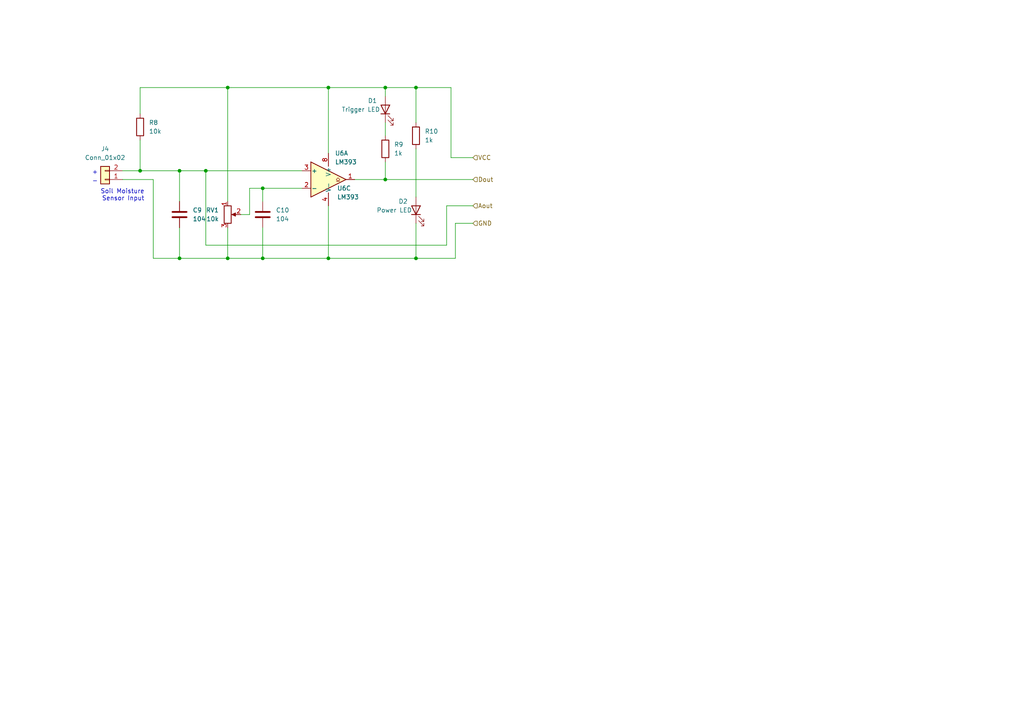
<source format=kicad_sch>
(kicad_sch (version 20211123) (generator eeschema)

  (uuid c151e327-598f-4977-8097-d9b096031849)

  (paper "A4")

  (lib_symbols
    (symbol "Comparator:LM393" (pin_names (offset 0.127)) (in_bom yes) (on_board yes)
      (property "Reference" "U" (id 0) (at 3.81 3.81 0)
        (effects (font (size 1.27 1.27)))
      )
      (property "Value" "LM393" (id 1) (at 6.35 -3.81 0)
        (effects (font (size 1.27 1.27)))
      )
      (property "Footprint" "" (id 2) (at 0 0 0)
        (effects (font (size 1.27 1.27)) hide)
      )
      (property "Datasheet" "http://www.ti.com/lit/ds/symlink/lm393.pdf" (id 3) (at 0 0 0)
        (effects (font (size 1.27 1.27)) hide)
      )
      (property "ki_locked" "" (id 4) (at 0 0 0)
        (effects (font (size 1.27 1.27)))
      )
      (property "ki_keywords" "cmp open collector" (id 5) (at 0 0 0)
        (effects (font (size 1.27 1.27)) hide)
      )
      (property "ki_description" "Low-Power, Low-Offset Voltage, Dual Comparators, DIP-8/SOIC-8/TO-99-8" (id 6) (at 0 0 0)
        (effects (font (size 1.27 1.27)) hide)
      )
      (property "ki_fp_filters" "SOIC*3.9x4.9mm*P1.27mm* DIP*W7.62mm* SOP*5.28x5.23mm*P1.27mm* VSSOP*3.0x3.0mm*P0.65mm* TSSOP*4.4x3mm*P0.65mm*" (id 7) (at 0 0 0)
        (effects (font (size 1.27 1.27)) hide)
      )
      (symbol "LM393_1_1"
        (polyline
          (pts
            (xy -5.08 5.08)
            (xy 5.08 0)
            (xy -5.08 -5.08)
            (xy -5.08 5.08)
          )
          (stroke (width 0.254) (type default) (color 0 0 0 0))
          (fill (type background))
        )
        (polyline
          (pts
            (xy 3.302 -0.508)
            (xy 2.794 -0.508)
            (xy 3.302 0)
            (xy 2.794 0.508)
            (xy 2.286 0)
            (xy 2.794 -0.508)
            (xy 2.286 -0.508)
          )
          (stroke (width 0.127) (type default) (color 0 0 0 0))
          (fill (type none))
        )
        (pin open_collector line (at 7.62 0 180) (length 2.54)
          (name "~" (effects (font (size 1.27 1.27))))
          (number "1" (effects (font (size 1.27 1.27))))
        )
        (pin input line (at -7.62 -2.54 0) (length 2.54)
          (name "-" (effects (font (size 1.27 1.27))))
          (number "2" (effects (font (size 1.27 1.27))))
        )
        (pin input line (at -7.62 2.54 0) (length 2.54)
          (name "+" (effects (font (size 1.27 1.27))))
          (number "3" (effects (font (size 1.27 1.27))))
        )
      )
      (symbol "LM393_2_1"
        (polyline
          (pts
            (xy -5.08 5.08)
            (xy 5.08 0)
            (xy -5.08 -5.08)
            (xy -5.08 5.08)
          )
          (stroke (width 0.254) (type default) (color 0 0 0 0))
          (fill (type background))
        )
        (polyline
          (pts
            (xy 3.302 -0.508)
            (xy 2.794 -0.508)
            (xy 3.302 0)
            (xy 2.794 0.508)
            (xy 2.286 0)
            (xy 2.794 -0.508)
            (xy 2.286 -0.508)
          )
          (stroke (width 0.127) (type default) (color 0 0 0 0))
          (fill (type none))
        )
        (pin input line (at -7.62 2.54 0) (length 2.54)
          (name "+" (effects (font (size 1.27 1.27))))
          (number "5" (effects (font (size 1.27 1.27))))
        )
        (pin input line (at -7.62 -2.54 0) (length 2.54)
          (name "-" (effects (font (size 1.27 1.27))))
          (number "6" (effects (font (size 1.27 1.27))))
        )
        (pin open_collector line (at 7.62 0 180) (length 2.54)
          (name "~" (effects (font (size 1.27 1.27))))
          (number "7" (effects (font (size 1.27 1.27))))
        )
      )
      (symbol "LM393_3_1"
        (pin power_in line (at -2.54 -7.62 90) (length 3.81)
          (name "V-" (effects (font (size 1.27 1.27))))
          (number "4" (effects (font (size 1.27 1.27))))
        )
        (pin power_in line (at -2.54 7.62 270) (length 3.81)
          (name "V+" (effects (font (size 1.27 1.27))))
          (number "8" (effects (font (size 1.27 1.27))))
        )
      )
    )
    (symbol "Connector_Generic:Conn_01x02" (pin_names (offset 1.016) hide) (in_bom yes) (on_board yes)
      (property "Reference" "J" (id 0) (at 0 2.54 0)
        (effects (font (size 1.27 1.27)))
      )
      (property "Value" "Conn_01x02" (id 1) (at 0 -5.08 0)
        (effects (font (size 1.27 1.27)))
      )
      (property "Footprint" "" (id 2) (at 0 0 0)
        (effects (font (size 1.27 1.27)) hide)
      )
      (property "Datasheet" "~" (id 3) (at 0 0 0)
        (effects (font (size 1.27 1.27)) hide)
      )
      (property "ki_keywords" "connector" (id 4) (at 0 0 0)
        (effects (font (size 1.27 1.27)) hide)
      )
      (property "ki_description" "Generic connector, single row, 01x02, script generated (kicad-library-utils/schlib/autogen/connector/)" (id 5) (at 0 0 0)
        (effects (font (size 1.27 1.27)) hide)
      )
      (property "ki_fp_filters" "Connector*:*_1x??_*" (id 6) (at 0 0 0)
        (effects (font (size 1.27 1.27)) hide)
      )
      (symbol "Conn_01x02_1_1"
        (rectangle (start -1.27 -2.413) (end 0 -2.667)
          (stroke (width 0.1524) (type default) (color 0 0 0 0))
          (fill (type none))
        )
        (rectangle (start -1.27 0.127) (end 0 -0.127)
          (stroke (width 0.1524) (type default) (color 0 0 0 0))
          (fill (type none))
        )
        (rectangle (start -1.27 1.27) (end 1.27 -3.81)
          (stroke (width 0.254) (type default) (color 0 0 0 0))
          (fill (type background))
        )
        (pin passive line (at -5.08 0 0) (length 3.81)
          (name "Pin_1" (effects (font (size 1.27 1.27))))
          (number "1" (effects (font (size 1.27 1.27))))
        )
        (pin passive line (at -5.08 -2.54 0) (length 3.81)
          (name "Pin_2" (effects (font (size 1.27 1.27))))
          (number "2" (effects (font (size 1.27 1.27))))
        )
      )
    )
    (symbol "Device:C" (pin_numbers hide) (pin_names (offset 0.254)) (in_bom yes) (on_board yes)
      (property "Reference" "C" (id 0) (at 0.635 2.54 0)
        (effects (font (size 1.27 1.27)) (justify left))
      )
      (property "Value" "C" (id 1) (at 0.635 -2.54 0)
        (effects (font (size 1.27 1.27)) (justify left))
      )
      (property "Footprint" "" (id 2) (at 0.9652 -3.81 0)
        (effects (font (size 1.27 1.27)) hide)
      )
      (property "Datasheet" "~" (id 3) (at 0 0 0)
        (effects (font (size 1.27 1.27)) hide)
      )
      (property "ki_keywords" "cap capacitor" (id 4) (at 0 0 0)
        (effects (font (size 1.27 1.27)) hide)
      )
      (property "ki_description" "Unpolarized capacitor" (id 5) (at 0 0 0)
        (effects (font (size 1.27 1.27)) hide)
      )
      (property "ki_fp_filters" "C_*" (id 6) (at 0 0 0)
        (effects (font (size 1.27 1.27)) hide)
      )
      (symbol "C_0_1"
        (polyline
          (pts
            (xy -2.032 -0.762)
            (xy 2.032 -0.762)
          )
          (stroke (width 0.508) (type default) (color 0 0 0 0))
          (fill (type none))
        )
        (polyline
          (pts
            (xy -2.032 0.762)
            (xy 2.032 0.762)
          )
          (stroke (width 0.508) (type default) (color 0 0 0 0))
          (fill (type none))
        )
      )
      (symbol "C_1_1"
        (pin passive line (at 0 3.81 270) (length 2.794)
          (name "~" (effects (font (size 1.27 1.27))))
          (number "1" (effects (font (size 1.27 1.27))))
        )
        (pin passive line (at 0 -3.81 90) (length 2.794)
          (name "~" (effects (font (size 1.27 1.27))))
          (number "2" (effects (font (size 1.27 1.27))))
        )
      )
    )
    (symbol "Device:LED" (pin_numbers hide) (pin_names (offset 1.016) hide) (in_bom yes) (on_board yes)
      (property "Reference" "D" (id 0) (at 0 2.54 0)
        (effects (font (size 1.27 1.27)))
      )
      (property "Value" "LED" (id 1) (at 0 -2.54 0)
        (effects (font (size 1.27 1.27)))
      )
      (property "Footprint" "" (id 2) (at 0 0 0)
        (effects (font (size 1.27 1.27)) hide)
      )
      (property "Datasheet" "~" (id 3) (at 0 0 0)
        (effects (font (size 1.27 1.27)) hide)
      )
      (property "ki_keywords" "LED diode" (id 4) (at 0 0 0)
        (effects (font (size 1.27 1.27)) hide)
      )
      (property "ki_description" "Light emitting diode" (id 5) (at 0 0 0)
        (effects (font (size 1.27 1.27)) hide)
      )
      (property "ki_fp_filters" "LED* LED_SMD:* LED_THT:*" (id 6) (at 0 0 0)
        (effects (font (size 1.27 1.27)) hide)
      )
      (symbol "LED_0_1"
        (polyline
          (pts
            (xy -1.27 -1.27)
            (xy -1.27 1.27)
          )
          (stroke (width 0.254) (type default) (color 0 0 0 0))
          (fill (type none))
        )
        (polyline
          (pts
            (xy -1.27 0)
            (xy 1.27 0)
          )
          (stroke (width 0) (type default) (color 0 0 0 0))
          (fill (type none))
        )
        (polyline
          (pts
            (xy 1.27 -1.27)
            (xy 1.27 1.27)
            (xy -1.27 0)
            (xy 1.27 -1.27)
          )
          (stroke (width 0.254) (type default) (color 0 0 0 0))
          (fill (type none))
        )
        (polyline
          (pts
            (xy -3.048 -0.762)
            (xy -4.572 -2.286)
            (xy -3.81 -2.286)
            (xy -4.572 -2.286)
            (xy -4.572 -1.524)
          )
          (stroke (width 0) (type default) (color 0 0 0 0))
          (fill (type none))
        )
        (polyline
          (pts
            (xy -1.778 -0.762)
            (xy -3.302 -2.286)
            (xy -2.54 -2.286)
            (xy -3.302 -2.286)
            (xy -3.302 -1.524)
          )
          (stroke (width 0) (type default) (color 0 0 0 0))
          (fill (type none))
        )
      )
      (symbol "LED_1_1"
        (pin passive line (at -3.81 0 0) (length 2.54)
          (name "K" (effects (font (size 1.27 1.27))))
          (number "1" (effects (font (size 1.27 1.27))))
        )
        (pin passive line (at 3.81 0 180) (length 2.54)
          (name "A" (effects (font (size 1.27 1.27))))
          (number "2" (effects (font (size 1.27 1.27))))
        )
      )
    )
    (symbol "Device:R" (pin_numbers hide) (pin_names (offset 0)) (in_bom yes) (on_board yes)
      (property "Reference" "R" (id 0) (at 2.032 0 90)
        (effects (font (size 1.27 1.27)))
      )
      (property "Value" "R" (id 1) (at 0 0 90)
        (effects (font (size 1.27 1.27)))
      )
      (property "Footprint" "" (id 2) (at -1.778 0 90)
        (effects (font (size 1.27 1.27)) hide)
      )
      (property "Datasheet" "~" (id 3) (at 0 0 0)
        (effects (font (size 1.27 1.27)) hide)
      )
      (property "ki_keywords" "R res resistor" (id 4) (at 0 0 0)
        (effects (font (size 1.27 1.27)) hide)
      )
      (property "ki_description" "Resistor" (id 5) (at 0 0 0)
        (effects (font (size 1.27 1.27)) hide)
      )
      (property "ki_fp_filters" "R_*" (id 6) (at 0 0 0)
        (effects (font (size 1.27 1.27)) hide)
      )
      (symbol "R_0_1"
        (rectangle (start -1.016 -2.54) (end 1.016 2.54)
          (stroke (width 0.254) (type default) (color 0 0 0 0))
          (fill (type none))
        )
      )
      (symbol "R_1_1"
        (pin passive line (at 0 3.81 270) (length 1.27)
          (name "~" (effects (font (size 1.27 1.27))))
          (number "1" (effects (font (size 1.27 1.27))))
        )
        (pin passive line (at 0 -3.81 90) (length 1.27)
          (name "~" (effects (font (size 1.27 1.27))))
          (number "2" (effects (font (size 1.27 1.27))))
        )
      )
    )
    (symbol "Device:R_Potentiometer" (pin_names (offset 1.016) hide) (in_bom yes) (on_board yes)
      (property "Reference" "RV" (id 0) (at -4.445 0 90)
        (effects (font (size 1.27 1.27)))
      )
      (property "Value" "R_Potentiometer" (id 1) (at -2.54 0 90)
        (effects (font (size 1.27 1.27)))
      )
      (property "Footprint" "" (id 2) (at 0 0 0)
        (effects (font (size 1.27 1.27)) hide)
      )
      (property "Datasheet" "~" (id 3) (at 0 0 0)
        (effects (font (size 1.27 1.27)) hide)
      )
      (property "ki_keywords" "resistor variable" (id 4) (at 0 0 0)
        (effects (font (size 1.27 1.27)) hide)
      )
      (property "ki_description" "Potentiometer" (id 5) (at 0 0 0)
        (effects (font (size 1.27 1.27)) hide)
      )
      (property "ki_fp_filters" "Potentiometer*" (id 6) (at 0 0 0)
        (effects (font (size 1.27 1.27)) hide)
      )
      (symbol "R_Potentiometer_0_1"
        (polyline
          (pts
            (xy 2.54 0)
            (xy 1.524 0)
          )
          (stroke (width 0) (type default) (color 0 0 0 0))
          (fill (type none))
        )
        (polyline
          (pts
            (xy 1.143 0)
            (xy 2.286 0.508)
            (xy 2.286 -0.508)
            (xy 1.143 0)
          )
          (stroke (width 0) (type default) (color 0 0 0 0))
          (fill (type outline))
        )
        (rectangle (start 1.016 2.54) (end -1.016 -2.54)
          (stroke (width 0.254) (type default) (color 0 0 0 0))
          (fill (type none))
        )
      )
      (symbol "R_Potentiometer_1_1"
        (pin passive line (at 0 3.81 270) (length 1.27)
          (name "1" (effects (font (size 1.27 1.27))))
          (number "1" (effects (font (size 1.27 1.27))))
        )
        (pin passive line (at 3.81 0 180) (length 1.27)
          (name "2" (effects (font (size 1.27 1.27))))
          (number "2" (effects (font (size 1.27 1.27))))
        )
        (pin passive line (at 0 -3.81 90) (length 1.27)
          (name "3" (effects (font (size 1.27 1.27))))
          (number "3" (effects (font (size 1.27 1.27))))
        )
      )
    )
  )

  (junction (at 95.25 74.93) (diameter 0) (color 0 0 0 0)
    (uuid 1017297d-29cf-4eca-9a22-8bdb11453d9c)
  )
  (junction (at 59.69 49.53) (diameter 0) (color 0 0 0 0)
    (uuid 13aa0a6c-908f-4fe6-888f-35a51e239928)
  )
  (junction (at 120.65 74.93) (diameter 0) (color 0 0 0 0)
    (uuid 299d7713-44e4-42e3-bb70-7f9af59a2aa9)
  )
  (junction (at 66.04 25.4) (diameter 0) (color 0 0 0 0)
    (uuid 2c066a99-95fa-4a3a-aa9b-190579d9d6f0)
  )
  (junction (at 76.2 74.93) (diameter 0) (color 0 0 0 0)
    (uuid 3ecd65ac-4daa-42e5-a9fa-98eac39dddc4)
  )
  (junction (at 111.76 52.07) (diameter 0) (color 0 0 0 0)
    (uuid 3fcb9fce-e757-446f-af83-1af23bff60e6)
  )
  (junction (at 111.76 25.4) (diameter 0) (color 0 0 0 0)
    (uuid 4208e8b3-a8a7-40a2-8432-6a3d65af4e98)
  )
  (junction (at 120.65 25.4) (diameter 0) (color 0 0 0 0)
    (uuid 45c7a8d0-a47a-46ed-92fb-82c285882b7d)
  )
  (junction (at 52.07 49.53) (diameter 0) (color 0 0 0 0)
    (uuid 59d73e3f-4669-4d23-964d-14172e81dc11)
  )
  (junction (at 40.64 49.53) (diameter 0) (color 0 0 0 0)
    (uuid 5f2655b8-1b67-458a-8318-71f03ba724df)
  )
  (junction (at 66.04 74.93) (diameter 0) (color 0 0 0 0)
    (uuid 7008333a-30be-46ba-a045-713cd5b6c276)
  )
  (junction (at 52.07 74.93) (diameter 0) (color 0 0 0 0)
    (uuid 728a5082-9bf9-4f8d-9fff-6724d5ba6cb2)
  )
  (junction (at 95.25 25.4) (diameter 0) (color 0 0 0 0)
    (uuid b177c57f-d77d-45cd-adc2-83d5235baacf)
  )
  (junction (at 76.2 54.61) (diameter 0) (color 0 0 0 0)
    (uuid c84b860c-6db3-4313-99bc-a8bc3981b373)
  )

  (wire (pts (xy 95.25 25.4) (xy 95.25 44.45))
    (stroke (width 0) (type default) (color 0 0 0 0))
    (uuid 05a77cfc-1ee8-42c6-97c1-bfd648a9a896)
  )
  (wire (pts (xy 52.07 49.53) (xy 52.07 58.42))
    (stroke (width 0) (type default) (color 0 0 0 0))
    (uuid 06da14bc-f78e-4309-ac66-48700c62c47d)
  )
  (wire (pts (xy 69.85 62.23) (xy 72.39 62.23))
    (stroke (width 0) (type default) (color 0 0 0 0))
    (uuid 082ee3a4-1802-446d-b233-b1a85a78b4cd)
  )
  (wire (pts (xy 120.65 25.4) (xy 130.81 25.4))
    (stroke (width 0) (type default) (color 0 0 0 0))
    (uuid 09c20057-24a5-4d26-b8d6-bdb754c0815f)
  )
  (wire (pts (xy 59.69 71.12) (xy 129.54 71.12))
    (stroke (width 0) (type default) (color 0 0 0 0))
    (uuid 0a95dde4-6393-43f1-aaf1-6abe2d9b3618)
  )
  (wire (pts (xy 132.08 64.77) (xy 132.08 74.93))
    (stroke (width 0) (type default) (color 0 0 0 0))
    (uuid 13a0f9bd-1108-49e4-99b3-b1fb6155496d)
  )
  (wire (pts (xy 52.07 49.53) (xy 59.69 49.53))
    (stroke (width 0) (type default) (color 0 0 0 0))
    (uuid 1d22bf13-cba6-4142-8254-5bf0fe9161d1)
  )
  (wire (pts (xy 76.2 74.93) (xy 95.25 74.93))
    (stroke (width 0) (type default) (color 0 0 0 0))
    (uuid 32e98d29-f4ce-49a1-8eee-56c7ba27b1a6)
  )
  (wire (pts (xy 44.45 52.07) (xy 44.45 74.93))
    (stroke (width 0) (type default) (color 0 0 0 0))
    (uuid 37490b9e-75a4-4cc9-a0e5-6f4a3469b0a8)
  )
  (wire (pts (xy 76.2 54.61) (xy 76.2 58.42))
    (stroke (width 0) (type default) (color 0 0 0 0))
    (uuid 39ca4e32-cf82-4ba6-93df-f2011b69cc6f)
  )
  (wire (pts (xy 40.64 25.4) (xy 66.04 25.4))
    (stroke (width 0) (type default) (color 0 0 0 0))
    (uuid 3e45658f-b0db-4040-b70a-5bbe27d9ed3a)
  )
  (wire (pts (xy 95.25 59.69) (xy 95.25 74.93))
    (stroke (width 0) (type default) (color 0 0 0 0))
    (uuid 3f5110dc-29e7-4880-b417-f6683d5f43b5)
  )
  (wire (pts (xy 111.76 52.07) (xy 137.16 52.07))
    (stroke (width 0) (type default) (color 0 0 0 0))
    (uuid 3fa88014-245b-45b4-9304-16fb61346605)
  )
  (wire (pts (xy 95.25 74.93) (xy 120.65 74.93))
    (stroke (width 0) (type default) (color 0 0 0 0))
    (uuid 53299bd5-3bc1-4670-b046-635395807776)
  )
  (wire (pts (xy 102.87 52.07) (xy 111.76 52.07))
    (stroke (width 0) (type default) (color 0 0 0 0))
    (uuid 555d421b-a46e-42c1-9324-5af8c3c79b76)
  )
  (wire (pts (xy 111.76 25.4) (xy 111.76 27.94))
    (stroke (width 0) (type default) (color 0 0 0 0))
    (uuid 585da26d-1364-4b68-9f60-ca1c98ad84dd)
  )
  (wire (pts (xy 40.64 49.53) (xy 52.07 49.53))
    (stroke (width 0) (type default) (color 0 0 0 0))
    (uuid 5ac47991-8819-4f43-b0b4-2865bfe1af1a)
  )
  (wire (pts (xy 59.69 49.53) (xy 59.69 71.12))
    (stroke (width 0) (type default) (color 0 0 0 0))
    (uuid 66902607-d6a8-4d41-93a8-a3b08b369c92)
  )
  (wire (pts (xy 129.54 59.69) (xy 137.16 59.69))
    (stroke (width 0) (type default) (color 0 0 0 0))
    (uuid 6d74638e-f9ec-4f5b-a4ba-4155e601f726)
  )
  (wire (pts (xy 66.04 25.4) (xy 95.25 25.4))
    (stroke (width 0) (type default) (color 0 0 0 0))
    (uuid 7120a0b7-b33e-4dbf-bbe9-2cb4088eeeb3)
  )
  (wire (pts (xy 130.81 25.4) (xy 130.81 45.72))
    (stroke (width 0) (type default) (color 0 0 0 0))
    (uuid 8285f6b4-846d-48d8-bf6c-256be2ea2f53)
  )
  (wire (pts (xy 52.07 66.04) (xy 52.07 74.93))
    (stroke (width 0) (type default) (color 0 0 0 0))
    (uuid 8c113e36-181f-49a3-937a-63d23170004e)
  )
  (wire (pts (xy 111.76 25.4) (xy 120.65 25.4))
    (stroke (width 0) (type default) (color 0 0 0 0))
    (uuid 9741ffe1-4e18-4d93-bf95-884ed5f385bb)
  )
  (wire (pts (xy 120.65 64.77) (xy 120.65 74.93))
    (stroke (width 0) (type default) (color 0 0 0 0))
    (uuid a09a5069-632e-4c27-bf8e-b7c58e5feb0c)
  )
  (wire (pts (xy 129.54 71.12) (xy 129.54 59.69))
    (stroke (width 0) (type default) (color 0 0 0 0))
    (uuid a735086e-11d6-4e95-b136-5fa9d63a04f8)
  )
  (wire (pts (xy 76.2 66.04) (xy 76.2 74.93))
    (stroke (width 0) (type default) (color 0 0 0 0))
    (uuid b3fe7353-c067-4268-b3ca-b59a0e2e73be)
  )
  (wire (pts (xy 72.39 62.23) (xy 72.39 54.61))
    (stroke (width 0) (type default) (color 0 0 0 0))
    (uuid b94731df-5a72-4e0d-9dfe-da792223f65b)
  )
  (wire (pts (xy 111.76 35.56) (xy 111.76 39.37))
    (stroke (width 0) (type default) (color 0 0 0 0))
    (uuid bdb94702-4af8-4462-b398-6c5ad3ab60ab)
  )
  (wire (pts (xy 66.04 25.4) (xy 66.04 58.42))
    (stroke (width 0) (type default) (color 0 0 0 0))
    (uuid bff9c359-5b4b-4f18-8eb4-6e366b7ca58a)
  )
  (wire (pts (xy 120.65 25.4) (xy 120.65 35.56))
    (stroke (width 0) (type default) (color 0 0 0 0))
    (uuid c10e62f0-8ca2-455f-acb9-bd0f4cff5dbf)
  )
  (wire (pts (xy 130.81 45.72) (xy 137.16 45.72))
    (stroke (width 0) (type default) (color 0 0 0 0))
    (uuid c6384107-b076-419a-9498-09b6ccc27ba9)
  )
  (wire (pts (xy 35.56 52.07) (xy 44.45 52.07))
    (stroke (width 0) (type default) (color 0 0 0 0))
    (uuid c77beb14-3c06-4c98-b6ba-c8a9d8bfd96e)
  )
  (wire (pts (xy 76.2 54.61) (xy 87.63 54.61))
    (stroke (width 0) (type default) (color 0 0 0 0))
    (uuid cd18337e-1182-4f95-88cf-c2e2b87ef228)
  )
  (wire (pts (xy 66.04 66.04) (xy 66.04 74.93))
    (stroke (width 0) (type default) (color 0 0 0 0))
    (uuid cf0dad1f-f00f-4dfe-a365-21bf2b9b2f8a)
  )
  (wire (pts (xy 72.39 54.61) (xy 76.2 54.61))
    (stroke (width 0) (type default) (color 0 0 0 0))
    (uuid d6a60fbd-5ff6-4f17-af41-fdc87488bee6)
  )
  (wire (pts (xy 66.04 74.93) (xy 76.2 74.93))
    (stroke (width 0) (type default) (color 0 0 0 0))
    (uuid d76176fa-2905-418a-b05a-ebe09ea64a10)
  )
  (wire (pts (xy 59.69 49.53) (xy 87.63 49.53))
    (stroke (width 0) (type default) (color 0 0 0 0))
    (uuid d8587d2f-4a9f-406e-8e43-3e5b4fc63c04)
  )
  (wire (pts (xy 35.56 49.53) (xy 40.64 49.53))
    (stroke (width 0) (type default) (color 0 0 0 0))
    (uuid e356a391-06fe-4786-8979-29b1db63cbcc)
  )
  (wire (pts (xy 40.64 33.02) (xy 40.64 25.4))
    (stroke (width 0) (type default) (color 0 0 0 0))
    (uuid e7a03433-179e-45d8-97f7-29df29176bcc)
  )
  (wire (pts (xy 44.45 74.93) (xy 52.07 74.93))
    (stroke (width 0) (type default) (color 0 0 0 0))
    (uuid e902df59-4a66-4d77-a210-f94cc6036d0b)
  )
  (wire (pts (xy 120.65 43.18) (xy 120.65 57.15))
    (stroke (width 0) (type default) (color 0 0 0 0))
    (uuid ebfa9050-b59b-4d39-8e3c-6b1f645c4d7e)
  )
  (wire (pts (xy 120.65 74.93) (xy 132.08 74.93))
    (stroke (width 0) (type default) (color 0 0 0 0))
    (uuid eee9eb7e-c9e7-4fd7-bda9-dcb18cc2e71d)
  )
  (wire (pts (xy 132.08 64.77) (xy 137.16 64.77))
    (stroke (width 0) (type default) (color 0 0 0 0))
    (uuid f1882ad8-9a76-4ccd-8af9-fb3736b83480)
  )
  (wire (pts (xy 52.07 74.93) (xy 66.04 74.93))
    (stroke (width 0) (type default) (color 0 0 0 0))
    (uuid f1f26f4c-df61-4d21-bcef-00fa89120bbd)
  )
  (wire (pts (xy 95.25 25.4) (xy 111.76 25.4))
    (stroke (width 0) (type default) (color 0 0 0 0))
    (uuid f59cf2d0-bf0b-4e3b-a893-a4a4aa9b89e5)
  )
  (wire (pts (xy 40.64 40.64) (xy 40.64 49.53))
    (stroke (width 0) (type default) (color 0 0 0 0))
    (uuid fd9c876b-3933-4a29-b96d-011c254d66ea)
  )
  (wire (pts (xy 111.76 46.99) (xy 111.76 52.07))
    (stroke (width 0) (type default) (color 0 0 0 0))
    (uuid fda2883a-3aaf-423e-91c4-4cd8a56390dc)
  )

  (text "-" (at 26.67 53.34 0)
    (effects (font (size 1.27 1.27)) (justify left bottom))
    (uuid 06d351fc-7f26-444c-bb7a-0c9d305c8462)
  )
  (text "+" (at 26.67 50.8 0)
    (effects (font (size 1.27 1.27)) (justify left bottom))
    (uuid 854c0901-5384-4de2-bf6c-70dab2609c00)
  )
  (text "Soil Moisture\n Sensor Input" (at 41.91 58.42 180)
    (effects (font (size 1.27 1.27)) (justify right bottom))
    (uuid f8f84384-42a9-499f-9ffb-655c1bf11baf)
  )

  (hierarchical_label "Aout" (shape input) (at 137.16 59.69 0)
    (effects (font (size 1.27 1.27)) (justify left))
    (uuid 2aaa00fa-8b21-47c1-83f7-fe2eda5431da)
  )
  (hierarchical_label "GND" (shape input) (at 137.16 64.77 0)
    (effects (font (size 1.27 1.27)) (justify left))
    (uuid 3242ecce-5f28-48bd-8970-d658aa80d8d2)
  )
  (hierarchical_label "Dout" (shape input) (at 137.16 52.07 0)
    (effects (font (size 1.27 1.27)) (justify left))
    (uuid 65a634be-7324-4a4a-9242-a6964c431b32)
  )
  (hierarchical_label "VCC" (shape input) (at 137.16 45.72 0)
    (effects (font (size 1.27 1.27)) (justify left))
    (uuid f9e12ba1-9a45-4f92-b155-9f072680e0ac)
  )

  (symbol (lib_id "Device:R") (at 111.76 43.18 0) (unit 1)
    (in_bom yes) (on_board yes) (fields_autoplaced)
    (uuid 20dc6dd5-0873-4b11-9988-5bd5123ddb78)
    (property "Reference" "R9" (id 0) (at 114.3 41.9099 0)
      (effects (font (size 1.27 1.27)) (justify left))
    )
    (property "Value" "1k" (id 1) (at 114.3 44.4499 0)
      (effects (font (size 1.27 1.27)) (justify left))
    )
    (property "Footprint" "Resistor_SMD:R_0603_1608Metric" (id 2) (at 109.982 43.18 90)
      (effects (font (size 1.27 1.27)) hide)
    )
    (property "Datasheet" "~" (id 3) (at 111.76 43.18 0)
      (effects (font (size 1.27 1.27)) hide)
    )
    (pin "1" (uuid fe3d4b8d-adbd-46ad-b379-ab7466865c29))
    (pin "2" (uuid 57114cb7-9a51-4d72-b999-44de8f8a8709))
  )

  (symbol (lib_id "Connector_Generic:Conn_01x02") (at 30.48 52.07 180) (unit 1)
    (in_bom yes) (on_board yes) (fields_autoplaced)
    (uuid 3c2e677f-0869-4b70-b86e-ce4b4f620480)
    (property "Reference" "J4" (id 0) (at 30.48 43.18 0))
    (property "Value" "Conn_01x02" (id 1) (at 30.48 45.72 0))
    (property "Footprint" "Connector_Wire:SolderWire-0.1sqmm_1x02_P3.6mm_D0.4mm_OD1mm" (id 2) (at 30.48 52.07 0)
      (effects (font (size 1.27 1.27)) hide)
    )
    (property "Datasheet" "~" (id 3) (at 30.48 52.07 0)
      (effects (font (size 1.27 1.27)) hide)
    )
    (pin "1" (uuid aa1a0a8e-32b3-4f6c-84ec-94fdc2709826))
    (pin "2" (uuid eb078a5c-70d3-4cbc-a47b-ec3f35d58a20))
  )

  (symbol (lib_id "Device:R_Potentiometer") (at 66.04 62.23 0) (unit 1)
    (in_bom yes) (on_board yes) (fields_autoplaced)
    (uuid 404e50d8-67b4-4ce4-a705-5b608f5791c2)
    (property "Reference" "RV1" (id 0) (at 63.5 60.9599 0)
      (effects (font (size 1.27 1.27)) (justify right))
    )
    (property "Value" "10k" (id 1) (at 63.5 63.4999 0)
      (effects (font (size 1.27 1.27)) (justify right))
    )
    (property "Footprint" "Potentiometer_SMD:Potentiometer_ACP_CA6-VSMD_Vertical" (id 2) (at 66.04 62.23 0)
      (effects (font (size 1.27 1.27)) hide)
    )
    (property "Datasheet" "~" (id 3) (at 66.04 62.23 0)
      (effects (font (size 1.27 1.27)) hide)
    )
    (pin "1" (uuid 9a7a102b-83c3-4dad-8100-05bfc34784b1))
    (pin "2" (uuid 667fa802-1a76-4566-a962-238d00b5ad4c))
    (pin "3" (uuid 3c4c7e44-8db5-42df-a61e-798fff4890ab))
  )

  (symbol (lib_id "Device:C") (at 52.07 62.23 0) (unit 1)
    (in_bom yes) (on_board yes) (fields_autoplaced)
    (uuid 5cb143fa-ece5-472f-8eeb-54d2b3903745)
    (property "Reference" "C9" (id 0) (at 55.88 60.9599 0)
      (effects (font (size 1.27 1.27)) (justify left))
    )
    (property "Value" "104" (id 1) (at 55.88 63.4999 0)
      (effects (font (size 1.27 1.27)) (justify left))
    )
    (property "Footprint" "Capacitor_SMD:C_0603_1608Metric" (id 2) (at 53.0352 66.04 0)
      (effects (font (size 1.27 1.27)) hide)
    )
    (property "Datasheet" "~" (id 3) (at 52.07 62.23 0)
      (effects (font (size 1.27 1.27)) hide)
    )
    (pin "1" (uuid 185199b1-951b-4a3d-ad64-edf4fc65623e))
    (pin "2" (uuid cdb186c9-4994-4d9d-b85f-111471c9b0dc))
  )

  (symbol (lib_id "Device:R") (at 120.65 39.37 0) (unit 1)
    (in_bom yes) (on_board yes) (fields_autoplaced)
    (uuid 76119c41-389c-4915-ba09-efaf1ced49a2)
    (property "Reference" "R10" (id 0) (at 123.19 38.0999 0)
      (effects (font (size 1.27 1.27)) (justify left))
    )
    (property "Value" "1k" (id 1) (at 123.19 40.6399 0)
      (effects (font (size 1.27 1.27)) (justify left))
    )
    (property "Footprint" "Resistor_SMD:R_0603_1608Metric" (id 2) (at 118.872 39.37 90)
      (effects (font (size 1.27 1.27)) hide)
    )
    (property "Datasheet" "~" (id 3) (at 120.65 39.37 0)
      (effects (font (size 1.27 1.27)) hide)
    )
    (pin "1" (uuid 999a1113-73f4-47f0-bac5-7306b3851d32))
    (pin "2" (uuid 666579c2-b5a5-45e6-a58f-3136bc67e1ba))
  )

  (symbol (lib_id "Device:R") (at 40.64 36.83 0) (unit 1)
    (in_bom yes) (on_board yes) (fields_autoplaced)
    (uuid aef99ee7-c852-4538-b60c-86708053e716)
    (property "Reference" "R8" (id 0) (at 43.18 35.5599 0)
      (effects (font (size 1.27 1.27)) (justify left))
    )
    (property "Value" "10k" (id 1) (at 43.18 38.0999 0)
      (effects (font (size 1.27 1.27)) (justify left))
    )
    (property "Footprint" "Resistor_SMD:R_0603_1608Metric" (id 2) (at 38.862 36.83 90)
      (effects (font (size 1.27 1.27)) hide)
    )
    (property "Datasheet" "~" (id 3) (at 40.64 36.83 0)
      (effects (font (size 1.27 1.27)) hide)
    )
    (pin "1" (uuid e8b34348-345d-4f37-b8e8-d6c9a715292f))
    (pin "2" (uuid 8750155a-3a61-4551-a64a-5323667fd8d6))
  )

  (symbol (lib_id "Comparator:LM393") (at 95.25 52.07 0) (unit 1)
    (in_bom yes) (on_board yes)
    (uuid c111ef30-2186-4dc0-86cf-ba6112bda339)
    (property "Reference" "U6" (id 0) (at 99.06 44.45 0))
    (property "Value" "LM393" (id 1) (at 100.33 46.99 0))
    (property "Footprint" "Package_DIP:DIP-8_W7.62mm_Socket" (id 2) (at 95.25 52.07 0)
      (effects (font (size 1.27 1.27)) hide)
    )
    (property "Datasheet" "http://www.ti.com/lit/ds/symlink/lm393.pdf" (id 3) (at 95.25 52.07 0)
      (effects (font (size 1.27 1.27)) hide)
    )
    (pin "1" (uuid 816aa85b-b526-4cd6-bfc1-ea18d3354fb6))
    (pin "2" (uuid 8ae6c89d-a531-42b2-8928-cc830dfe727e))
    (pin "3" (uuid 0950aa98-d020-49c0-b73f-bdc1baf88e3f))
    (pin "5" (uuid c738e4e1-0552-4f5e-98e1-2e980a912ab5))
    (pin "6" (uuid c807317f-3265-4347-b57d-6581f1e9873b))
    (pin "7" (uuid d02dfbfe-3e4b-4b96-b0d3-95519fd2a992))
    (pin "4" (uuid ac69e7ce-afcd-4cb6-b983-3a2c22f6cc46))
    (pin "8" (uuid 37019562-259a-4009-ac23-55ac73960aca))
  )

  (symbol (lib_id "Device:LED") (at 120.65 60.96 90) (unit 1)
    (in_bom yes) (on_board yes)
    (uuid c1236672-0cae-448c-85d8-fca951233736)
    (property "Reference" "D2" (id 0) (at 115.57 58.42 90)
      (effects (font (size 1.27 1.27)) (justify right))
    )
    (property "Value" "Power LED" (id 1) (at 109.22 60.96 90)
      (effects (font (size 1.27 1.27)) (justify right))
    )
    (property "Footprint" "LED_SMD:LED_0603_1608Metric" (id 2) (at 120.65 60.96 0)
      (effects (font (size 1.27 1.27)) hide)
    )
    (property "Datasheet" "~" (id 3) (at 120.65 60.96 0)
      (effects (font (size 1.27 1.27)) hide)
    )
    (pin "1" (uuid defccbd0-60bf-435f-b4b5-22fc290881ae))
    (pin "2" (uuid 18f3e051-6bb4-4668-8c6a-480ca221576a))
  )

  (symbol (lib_id "Device:LED") (at 111.76 31.75 90) (unit 1)
    (in_bom yes) (on_board yes)
    (uuid c2cad9ce-eb9a-4875-b47c-67dc47ffc90b)
    (property "Reference" "D1" (id 0) (at 106.68 29.21 90)
      (effects (font (size 1.27 1.27)) (justify right))
    )
    (property "Value" "Trigger LED" (id 1) (at 99.06 31.75 90)
      (effects (font (size 1.27 1.27)) (justify right))
    )
    (property "Footprint" "LED_SMD:LED_0603_1608Metric" (id 2) (at 111.76 31.75 0)
      (effects (font (size 1.27 1.27)) hide)
    )
    (property "Datasheet" "~" (id 3) (at 111.76 31.75 0)
      (effects (font (size 1.27 1.27)) hide)
    )
    (pin "1" (uuid fb7b2090-be0d-497b-bf53-0fd8d88992f3))
    (pin "2" (uuid c0821baa-6a5a-435d-b2bb-23b33860503f))
  )

  (symbol (lib_id "Comparator:LM393") (at 97.79 52.07 0) (unit 3)
    (in_bom yes) (on_board yes)
    (uuid c36da40e-e867-4f18-abd2-cfd031748ee3)
    (property "Reference" "U6" (id 0) (at 97.79 54.61 0)
      (effects (font (size 1.27 1.27)) (justify left))
    )
    (property "Value" "LM393" (id 1) (at 97.79 57.15 0)
      (effects (font (size 1.27 1.27)) (justify left))
    )
    (property "Footprint" "Package_DIP:DIP-8_W7.62mm_Socket" (id 2) (at 97.79 52.07 0)
      (effects (font (size 1.27 1.27)) hide)
    )
    (property "Datasheet" "http://www.ti.com/lit/ds/symlink/lm393.pdf" (id 3) (at 97.79 52.07 0)
      (effects (font (size 1.27 1.27)) hide)
    )
    (pin "1" (uuid d3e3385c-012a-457c-9e8c-c1680f2389af))
    (pin "2" (uuid ddc3c5ad-7363-4f75-a17d-e459bbf6f122))
    (pin "3" (uuid a13c4e67-be10-4b86-9cc4-7e6cde52950a))
    (pin "5" (uuid d5bef877-c623-46f9-a2cb-fa7a90782552))
    (pin "6" (uuid 003abb0c-35a1-4484-847d-8e84afa273f7))
    (pin "7" (uuid 8c032fb3-73fd-4494-ab2c-1ea2301ad310))
    (pin "4" (uuid 01eb2f52-6fbc-4a06-add5-93cc9599933f))
    (pin "8" (uuid 2f452e46-a3c7-4f88-b15f-749150481a7e))
  )

  (symbol (lib_id "Device:C") (at 76.2 62.23 0) (unit 1)
    (in_bom yes) (on_board yes) (fields_autoplaced)
    (uuid e136ba65-f232-47c2-a0f9-5f7b3123210e)
    (property "Reference" "C10" (id 0) (at 80.01 60.9599 0)
      (effects (font (size 1.27 1.27)) (justify left))
    )
    (property "Value" "104" (id 1) (at 80.01 63.4999 0)
      (effects (font (size 1.27 1.27)) (justify left))
    )
    (property "Footprint" "Capacitor_SMD:C_0603_1608Metric" (id 2) (at 77.1652 66.04 0)
      (effects (font (size 1.27 1.27)) hide)
    )
    (property "Datasheet" "~" (id 3) (at 76.2 62.23 0)
      (effects (font (size 1.27 1.27)) hide)
    )
    (pin "1" (uuid 83ddb411-345e-4f83-9469-d2c3f2f3a4b4))
    (pin "2" (uuid 354478aa-85cf-4fdc-bfc0-d056982a591f))
  )
)

</source>
